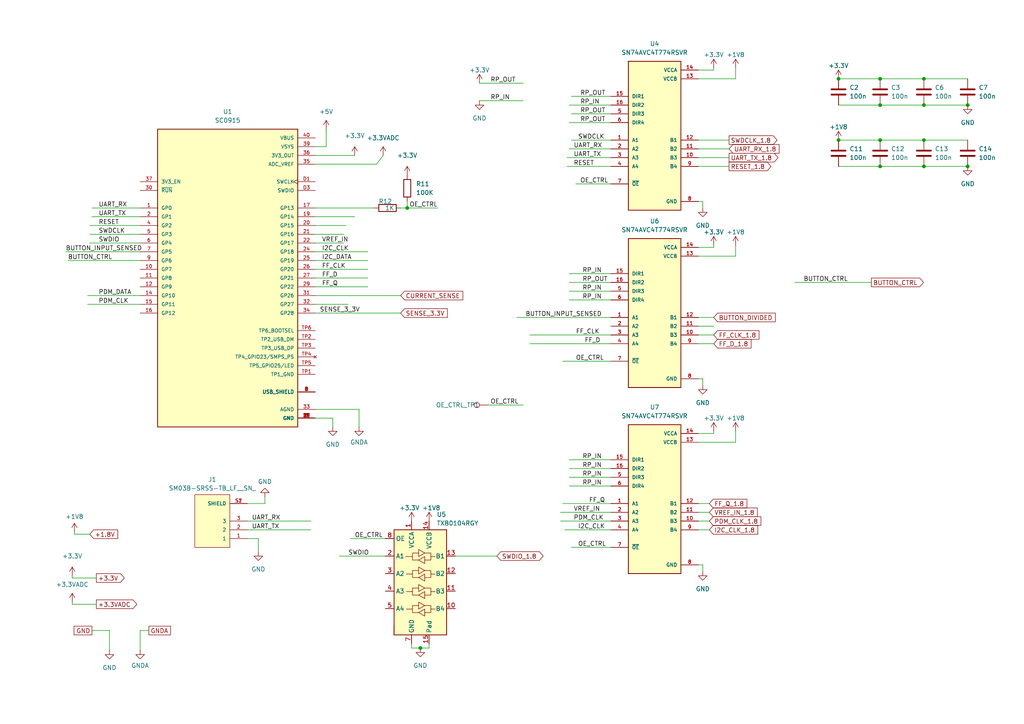
<source format=kicad_sch>
(kicad_sch (version 20230121) (generator eeschema)
  (paper "A4")
  (lib_symbols
    (symbol "Connector:TestPoint" (pin_numbers hide) (pin_names (offset 0.762) hide)
      (property "Reference" "TP" (at 0 6.858 0))
      (property "Value" "TestPoint" (at 0 5.08 0))
      (symbol "TestPoint_0_1"
        (circle (center 0 3.302) (radius 0.762))
      )
      (symbol "TestPoint_1_1"
        (pin passive line (at 0 0 90) (length 2.54) (name "1") (number "1"))
      )
    )
    (symbol "Device:C" (pin_numbers hide) (pin_names (offset 0.254))
      (property "Reference" "C" (at 0.635 2.54 0))
      (property "Value" "C" (at 0.635 -2.54 0))
      (symbol "C_0_1"
        (polyline (pts (xy -2.032 -0.762) (xy 2.032 -0.762)) (stroke (width 0.508)))
        (polyline (pts (xy -2.032 0.762) (xy 2.032 0.762)) (stroke (width 0.508)))
      )
      (symbol "C_1_1"
        (pin passive line (at 0 3.81 270) (length 2.794) (name "~") (number "1"))
        (pin passive line (at 0 -3.81 90) (length 2.794) (name "~") (number "2"))
      )
    )
    (symbol "Device:R" (pin_numbers hide) (pin_names (offset 0))
      (property "Reference" "R" (at 2.032 0 90))
      (property "Value" "R" (at 0 0 90))
      (symbol "R_0_1"
        (rectangle (start -1.016 -2.54) (end 1.016 2.54) (stroke (width 0.254)))
      )
      (symbol "R_1_1"
        (pin passive line (at 0 3.81 270) (length 1.27) (name "~") (number "1"))
        (pin passive line (at 0 -3.81 90) (length 1.27) (name "~") (number "2"))
      )
    )
    (symbol "Logic_LevelTranslator:TXB0104RGY"
      (property "Reference" "U" (at -6.35 16.51 0))
      (property "Value" "TXB0104RGY" (at 3.81 16.51 0))
      (symbol "TXB0104RGY_0_1"
        (rectangle (start -7.62 -15.24) (end -7.62 -12.7) (stroke (width 0.254)))
        (rectangle (start -7.62 15.24) (end 7.62 -15.24) (stroke (width 0.254)) (fill (type background)))
        (polyline (pts (xy -2.286 -7.747) (xy -2.286 -6.731) (xy -0.508 -6.731)))
        (polyline (pts (xy -2.286 -2.667) (xy -2.286 -1.651) (xy -0.508 -1.651)))
        (polyline (pts (xy -2.286 2.413) (xy -2.286 3.429) (xy -0.508 3.429)))
        (polyline (pts (xy -2.286 7.493) (xy -2.286 8.509) (xy -0.508 8.509)))
        (polyline (pts (xy 3.048 -7.747) (xy 3.048 -8.763) (xy 1.27 -8.763)))
        (polyline (pts (xy 3.048 -2.667) (xy 3.048 -3.683) (xy 1.27 -3.683)))
        (polyline (pts (xy 3.048 2.413) (xy 3.048 1.397) (xy 1.27 1.397)))
        (polyline (pts (xy 3.048 7.493) (xy 3.048 6.477) (xy 1.27 6.477)))
        (polyline (pts (xy -0.508 -8.763) (xy -2.286 -8.763) (xy -2.286 -7.747) (xy -4.064 -7.747)))
        (polyline (pts (xy -0.508 -8.763) (xy 1.27 -7.747) (xy 1.27 -9.779) (xy -0.508 -8.763)))
        (polyline (pts (xy -0.508 -3.683) (xy -2.286 -3.683) (xy -2.286 -2.667) (xy -4.064 -2.667)))
        (polyline (pts (xy -0.508 -3.683) (xy 1.27 -2.667) (xy 1.27 -4.699) (xy -0.508 -3.683)))
        (polyline (pts (xy -0.508 1.397) (xy -2.286 1.397) (xy -2.286 2.413) (xy -4.064 2.413)))
        (polyline (pts (xy -0.508 1.397) (xy 1.27 2.413) (xy 1.27 0.381) (xy -0.508 1.397)))
        (polyline (pts (xy -0.508 6.477) (xy -2.286 6.477) (xy -2.286 7.493) (xy -4.318 7.493)))
        (polyline (pts (xy -0.508 6.477) (xy 1.27 7.493) (xy 1.27 5.461) (xy -0.508 6.477)))
        (polyline (pts (xy 1.27 -6.731) (xy -0.508 -7.747) (xy -0.508 -5.715) (xy 1.27 -6.731)))
        (polyline (pts (xy 1.27 -6.731) (xy 3.048 -6.731) (xy 3.048 -7.747) (xy 4.318 -7.747)))
        (polyline (pts (xy 1.27 -1.651) (xy -0.508 -2.667) (xy -0.508 -0.635) (xy 1.27 -1.651)))
        (polyline (pts (xy 1.27 -1.651) (xy 3.048 -1.651) (xy 3.048 -2.667) (xy 4.318 -2.667)))
        (polyline (pts (xy 1.27 3.429) (xy -0.508 2.413) (xy -0.508 4.445) (xy 1.27 3.429)))
        (polyline (pts (xy 1.27 3.429) (xy 3.048 3.429) (xy 3.048 2.413) (xy 4.318 2.413)))
        (polyline (pts (xy 1.27 8.509) (xy -0.508 7.493) (xy -0.508 9.525) (xy 1.27 8.509)))
        (polyline (pts (xy 1.27 8.509) (xy 3.048 8.509) (xy 3.048 7.493) (xy 4.318 7.493)))
      )
      (symbol "TXB0104RGY_1_1"
        (pin power_in line (at -2.54 17.78 270) (length 2.54) (name "VCCA") (number "1"))
        (pin bidirectional line (at 10.16 -7.62 180) (length 2.54) (name "B4") (number "10"))
        (pin bidirectional line (at 10.16 -2.54 180) (length 2.54) (name "B3") (number "11"))
        (pin bidirectional line (at 10.16 2.54 180) (length 2.54) (name "B2") (number "12"))
        (pin bidirectional line (at 10.16 7.62 180) (length 2.54) (name "B1") (number "13"))
        (pin power_in line (at 2.54 17.78 270) (length 2.54) (name "VCCB") (number "14"))
        (pin input line (at 2.54 -17.78 90) (length 2.54) (name "Pad") (number "15"))
        (pin bidirectional line (at -10.16 7.62 0) (length 2.54) (name "A1") (number "2"))
        (pin bidirectional line (at -10.16 2.54 0) (length 2.54) (name "A2") (number "3"))
        (pin bidirectional line (at -10.16 -2.54 0) (length 2.54) (name "A3") (number "4"))
        (pin bidirectional line (at -10.16 -7.62 0) (length 2.54) (name "A4") (number "5"))
        (pin no_connect line (at -7.62 -12.7 0) (length 2.54) hide (name "NC") (number "6"))
        (pin power_in line (at -2.54 -17.78 90) (length 2.54) (name "GND") (number "7"))
        (pin input line (at -10.16 12.7 0) (length 2.54) (name "OE") (number "8"))
        (pin no_connect line (at 7.62 -12.7 180) (length 2.54) hide (name "NC") (number "9"))
      )
    )
    (symbol "SM03B-SRSS-TB_LF__SN_:SM03B-SRSS-TB_LF__SN_" (pin_names (offset 1.016))
      (property "Reference" "J" (at -5.08 8.382 0))
      (property "Value" "SM03B-SRSS-TB_LF__SN_" (at -5.08 -10.16 0))
      (symbol "SM03B-SRSS-TB_LF__SN__0_0"
        (rectangle (start -5.08 -7.62) (end 5.08 7.62) (stroke (width 0.1524)) (fill (type background)))
        (pin passive line (at -10.16 5.08 0) (length 5.08) (name "1") (number "1"))
        (pin passive line (at -10.16 2.54 0) (length 5.08) (name "2") (number "2"))
        (pin passive line (at -10.16 0 0) (length 5.08) (name "3") (number "3"))
        (pin passive line (at -10.16 -5.08 0) (length 5.08) (name "SHIELD") (number "S1"))
        (pin passive line (at -10.16 -5.08 0) (length 5.08) (name "SHIELD") (number "S2"))
      )
    )
    (symbol "SN74AVC4T774RSVR:SN74AVC4T774RSVR" (pin_names (offset 1.016))
      (property "Reference" "U" (at -7.631 20.8581 0))
      (property "Value" "SN74AVC4T774RSVR" (at -7.6296 -25.4319 0))
      (symbol "SN74AVC4T774RSVR_0_0"
        (rectangle (start -7.62 -22.86) (end 7.62 20.32) (stroke (width 0.254)) (fill (type background)))
        (pin bidirectional line (at -12.7 -2.54 0) (length 5.08) (name "A1") (number "1"))
        (pin bidirectional line (at 12.7 -7.62 180) (length 5.08) (name "B3") (number "10"))
        (pin bidirectional line (at 12.7 -5.08 180) (length 5.08) (name "B2") (number "11"))
        (pin bidirectional line (at 12.7 -2.54 180) (length 5.08) (name "B1") (number "12"))
        (pin power_in line (at 12.7 15.24 180) (length 5.08) (name "VCCB") (number "13"))
        (pin power_in line (at 12.7 17.78 180) (length 5.08) (name "VCCA") (number "14"))
        (pin input line (at -12.7 10.16 0) (length 5.08) (name "DIR1") (number "15"))
        (pin input line (at -12.7 7.62 0) (length 5.08) (name "DIR2") (number "16"))
        (pin bidirectional line (at -12.7 -5.08 0) (length 5.08) (name "A2") (number "2"))
        (pin bidirectional line (at -12.7 -7.62 0) (length 5.08) (name "A3") (number "3"))
        (pin bidirectional line (at -12.7 -10.16 0) (length 5.08) (name "A4") (number "4"))
        (pin input line (at -12.7 5.08 0) (length 5.08) (name "DIR3") (number "5"))
        (pin input line (at -12.7 2.54 0) (length 5.08) (name "DIR4") (number "6"))
        (pin input line (at -12.7 -15.24 0) (length 5.08) (name "~{OE}") (number "7"))
        (pin power_in line (at 12.7 -20.32 180) (length 5.08) (name "GND") (number "8"))
        (pin bidirectional line (at 12.7 -10.16 180) (length 5.08) (name "B4") (number "9"))
      )
    )
    (symbol "fixture:SC0915" (pin_names (offset 1.016))
      (property "Reference" "U" (at -20.32 44.069 0))
      (property "Value" "SC0915" (at -20.32 -45.72 0))
      (symbol "SC0915_0_0"
        (rectangle (start -20.32 -43.18) (end 20.32 43.18) (stroke (width 0.254)) (fill (type background)))
        (pin bidirectional line (at -25.4 20.32 0) (length 5.08) (name "GP0") (number "1"))
        (pin bidirectional line (at -25.4 2.54 0) (length 5.08) (name "GP7") (number "10"))
        (pin bidirectional line (at -25.4 0 0) (length 5.08) (name "GP8") (number "11"))
        (pin bidirectional line (at -25.4 -2.54 0) (length 5.08) (name "GP9") (number "12"))
        (pin power_in line (at 25.4 -40.64 180) (length 5.08) (name "GND") (number "13"))
        (pin bidirectional line (at -25.4 -5.08 0) (length 5.08) (name "GP10") (number "14"))
        (pin bidirectional line (at -25.4 -7.62 0) (length 5.08) (name "GP11") (number "15"))
        (pin bidirectional line (at -25.4 -10.16 0) (length 5.08) (name "GP12") (number "16"))
        (pin bidirectional line (at 25.4 20.32 180) (length 5.08) (name "GP13") (number "17"))
        (pin power_in line (at 25.4 -40.64 180) (length 5.08) (name "GND") (number "18"))
        (pin bidirectional line (at 25.4 17.78 180) (length 5.08) (name "GP14") (number "19"))
        (pin bidirectional line (at -25.4 17.78 0) (length 5.08) (name "GP1") (number "2"))
        (pin bidirectional line (at 25.4 15.24 180) (length 5.08) (name "GP15") (number "20"))
        (pin bidirectional line (at 25.4 12.7 180) (length 5.08) (name "GP16") (number "21"))
        (pin bidirectional line (at 25.4 10.16 180) (length 5.08) (name "GP17") (number "22"))
        (pin power_in line (at 25.4 -40.64 180) (length 5.08) (name "GND") (number "23"))
        (pin bidirectional line (at 25.4 7.62 180) (length 5.08) (name "GP18") (number "24"))
        (pin bidirectional line (at 25.4 5.08 180) (length 5.08) (name "GP19") (number "25"))
        (pin bidirectional line (at 25.4 2.54 180) (length 5.08) (name "GP20") (number "26"))
        (pin bidirectional line (at 25.4 0 180) (length 5.08) (name "GP21") (number "27"))
        (pin power_in line (at 25.4 -40.64 180) (length 5.08) (name "GND") (number "28"))
        (pin bidirectional line (at 25.4 -2.54 180) (length 5.08) (name "GP22") (number "29"))
        (pin power_in line (at 25.4 -40.64 180) (length 5.08) (name "GND") (number "3"))
        (pin input line (at -25.4 25.4 0) (length 5.08) (name "~{RUN}") (number "30"))
        (pin bidirectional line (at 25.4 -5.08 180) (length 5.08) (name "GP26") (number "31"))
        (pin bidirectional line (at 25.4 -7.62 180) (length 5.08) (name "GP27") (number "32"))
        (pin power_in line (at 25.4 -38.1 180) (length 5.08) (name "AGND") (number "33"))
        (pin bidirectional line (at 25.4 -10.16 180) (length 5.08) (name "GP28") (number "34"))
        (pin power_in line (at 25.4 33.02 180) (length 5.08) (name "ADC_VREF") (number "35"))
        (pin power_in line (at 25.4 35.56 180) (length 5.08) (name "3V3_OUT") (number "36"))
        (pin input line (at -25.4 27.94 0) (length 5.08) (name "3V3_EN") (number "37"))
        (pin power_in line (at 25.4 -40.64 180) (length 5.08) (name "GND") (number "38"))
        (pin power_in line (at 25.4 38.1 180) (length 5.08) (name "VSYS") (number "39"))
        (pin bidirectional line (at -25.4 15.24 0) (length 5.08) (name "GP2") (number "4"))
        (pin power_in line (at 25.4 40.64 180) (length 5.08) (name "VBUS") (number "40"))
        (pin bidirectional line (at -25.4 12.7 0) (length 5.08) (name "GP3") (number "5"))
        (pin bidirectional line (at -25.4 10.16 0) (length 5.08) (name "GP4") (number "6"))
        (pin bidirectional line (at -25.4 7.62 0) (length 5.08) (name "GP5") (number "7"))
        (pin power_in line (at 25.4 -40.64 180) (length 5.08) (name "GND") (number "8"))
        (pin bidirectional line (at -25.4 5.08 0) (length 5.08) (name "GP6") (number "9"))
        (pin power_in line (at 25.4 -33.02 180) (length 5.08) (name "USB_SHIELD") (number "A"))
        (pin power_in line (at 25.4 -33.02 180) (length 5.08) (name "USB_SHIELD") (number "B"))
        (pin power_in line (at 25.4 -33.02 180) (length 5.08) (name "USB_SHIELD") (number "C"))
        (pin power_in line (at 25.4 -33.02 180) (length 5.08) (name "USB_SHIELD") (number "D"))
        (pin input clock (at 25.4 27.94 180) (length 5.08) (name "SWCLK") (number "D1"))
        (pin power_in line (at 25.4 -40.64 180) (length 5.08) (name "GND") (number "D2"))
        (pin bidirectional line (at 25.4 25.4 180) (length 5.08) (name "SWDIO") (number "D3"))
        (pin power_in line (at 25.4 -27.94 180) (length 5.08) (name "TP1_GND") (number "TP1"))
        (pin bidirectional line (at 25.4 -17.78 180) (length 5.08) (name "TP2_USB_DM") (number "TP2"))
        (pin bidirectional line (at 25.4 -20.32 180) (length 5.08) (name "TP3_USB_DP") (number "TP3"))
        (pin no_connect line (at 25.4 -22.86 180) (length 5.08) (name "TP4_GPIO23/SMPS_PS") (number "TP4"))
        (pin output line (at 25.4 -25.4 180) (length 5.08) (name "TP5_GPIO25/LED") (number "TP5"))
        (pin input line (at 25.4 -15.24 180) (length 5.08) (name "TP6_BOOTSEL") (number "TP6"))
      )
    )
    (symbol "power:+1V8" (power) (pin_names (offset 0))
      (property "Value" "+1V8" (at 0 3.556 0))
      (symbol "+1V8_0_1"
        (polyline (pts (xy -0.762 1.27) (xy 0 2.54)))
        (polyline (pts (xy 0 0) (xy 0 2.54)))
        (polyline (pts (xy 0 2.54) (xy 0.762 1.27)))
      )
      (symbol "+1V8_1_1"
        (pin power_in line (at 0 0 90) (length 0) hide (name "+1V8") (number "1"))
      )
    )
    (symbol "power:+3.3V" (power) (pin_names (offset 0))
      (property "Value" "+3.3V" (at 0 3.556 0))
      (symbol "+3.3V_0_1"
        (polyline (pts (xy -0.762 1.27) (xy 0 2.54)))
        (polyline (pts (xy 0 0) (xy 0 2.54)))
        (polyline (pts (xy 0 2.54) (xy 0.762 1.27)))
      )
      (symbol "+3.3V_1_1"
        (pin power_in line (at 0 0 90) (length 0) hide (name "+3.3V") (number "1"))
      )
    )
    (symbol "power:+3.3VADC" (power) (pin_names (offset 0))
      (property "Value" "+3.3VADC" (at 0 2.54 0))
      (symbol "+3.3VADC_0_0"
        (pin power_in line (at 0 0 90) (length 0) hide (name "+3.3VADC") (number "1"))
      )
      (symbol "+3.3VADC_0_1"
        (polyline (pts (xy -0.762 1.27) (xy 0 2.54)))
        (polyline (pts (xy 0 0) (xy 0 2.54)))
        (polyline (pts (xy 0 2.54) (xy 0.762 1.27)))
      )
    )
    (symbol "power:+5V" (power) (pin_names (offset 0))
      (property "Value" "+5V" (at 0 3.556 0))
      (symbol "+5V_0_1"
        (polyline (pts (xy -0.762 1.27) (xy 0 2.54)))
        (polyline (pts (xy 0 0) (xy 0 2.54)))
        (polyline (pts (xy 0 2.54) (xy 0.762 1.27)))
      )
      (symbol "+5V_1_1"
        (pin power_in line (at 0 0 90) (length 0) hide (name "+5V") (number "1"))
      )
    )
    (symbol "power:GND" (power) (pin_names (offset 0))
      (property "Value" "GND" (at 0 -3.81 0))
      (symbol "GND_0_1"
        (polyline (pts (xy 0 0) (xy 0 -1.27) (xy 1.27 -1.27) (xy 0 -2.54) (xy -1.27 -1.27) (xy 0 -1.27)))
      )
      (symbol "GND_1_1"
        (pin power_in line (at 0 0 270) (length 0) hide (name "GND") (number "1"))
      )
    )
    (symbol "power:GNDA" (power) (pin_names (offset 0))
      (property "Value" "GNDA" (at 0 -3.81 0))
      (symbol "GNDA_0_1"
        (polyline (pts (xy 0 0) (xy 0 -1.27) (xy 1.27 -1.27) (xy 0 -2.54) (xy -1.27 -1.27) (xy 0 -1.27)))
      )
      (symbol "GNDA_1_1"
        (pin power_in line (at 0 0 270) (length 0) hide (name "GNDA") (number "1"))
      )
    )
  )
  (junction (at 267.97 30.48))
  (junction (at 267.97 40.64))
  (junction (at 280.67 48.26))
  (junction (at 118.11 60.325))
  (junction (at 243.205 40.64))
  (junction (at 243.205 22.86))
  (junction (at 255.27 48.26))
  (junction (at 280.67 30.48))
  (junction (at 267.97 22.86))
  (junction (at 255.27 30.48))
  (junction (at 255.27 22.86))
  (junction (at 255.27 40.64))
  (junction (at 121.92 187.96))
  (junction (at 267.97 48.26))
  (wire (pts (xy 71.755 151.13) (xy 90.17 151.13)))
  (wire (pts (xy 255.27 40.64) (xy 267.97 40.64)))
  (wire (pts (xy 165.1 79.375) (xy 177.165 79.375)))
  (wire (pts (xy 91.44 121.285) (xy 96.52 121.285)))
  (wire (pts (xy 94.615 42.545) (xy 94.615 37.465)))
  (wire (pts (xy 96.52 121.285) (xy 96.52 123.825)))
  (wire (pts (xy 141.605 117.475) (xy 151.765 117.475)))
  (wire (pts (xy 20.955 167.64) (xy 27.94 167.64)))
  (wire (pts (xy 165.1 43.18) (xy 177.165 43.18)))
  (wire (pts (xy 165.1 135.89) (xy 177.165 135.89)))
  (wire (pts (xy 26.67 182.88) (xy 31.75 182.88)))
  (wire (pts (xy 116.205 60.325) (xy 118.11 60.325)))
  (wire (pts (xy 202.565 163.83) (xy 203.835 163.83)))
  (wire (pts (xy 202.565 109.855) (xy 203.835 109.855)))
  (wire (pts (xy 91.44 45.085) (xy 102.87 45.085)))
  (wire (pts (xy 149.86 92.075) (xy 177.165 92.075)))
  (wire (pts (xy 243.205 48.26) (xy 255.27 48.26)))
  (wire (pts (xy 162.56 148.59) (xy 177.165 148.59)))
  (wire (pts (xy 31.75 182.88) (xy 31.75 188.595)))
  (wire (pts (xy 164.465 48.26) (xy 177.165 48.26)))
  (wire (pts (xy 91.44 67.945) (xy 99.695 67.945)))
  (wire (pts (xy 243.205 40.64) (xy 255.27 40.64)))
  (wire (pts (xy 267.97 40.64) (xy 280.67 40.64)))
  (wire (pts (xy 207.01 125.73) (xy 207.01 125.095)))
  (wire (pts (xy 202.565 40.64) (xy 211.455 40.64)))
  (wire (pts (xy 202.565 153.67) (xy 205.74 153.67)))
  (wire (pts (xy 91.44 42.545) (xy 94.615 42.545)))
  (wire (pts (xy 124.46 187.96) (xy 124.46 186.69)))
  (wire (pts (xy 255.27 22.86) (xy 267.97 22.86)))
  (wire (pts (xy 119.38 187.96) (xy 121.92 187.96)))
  (wire (pts (xy 26.035 70.485) (xy 40.64 70.485)))
  (wire (pts (xy 91.44 80.645) (xy 106.68 80.645)))
  (wire (pts (xy 119.38 186.69) (xy 119.38 187.96)))
  (wire (pts (xy 255.27 30.48) (xy 267.97 30.48)))
  (wire (pts (xy 98.425 161.29) (xy 111.76 161.29)))
  (wire (pts (xy 203.835 58.42) (xy 203.835 60.325)))
  (wire (pts (xy 230.505 81.915) (xy 252.73 81.915)))
  (wire (pts (xy 213.36 74.295) (xy 202.565 74.295)))
  (wire (pts (xy 202.565 71.755) (xy 207.01 71.755)))
  (wire (pts (xy 165.1 30.48) (xy 177.165 30.48)))
  (wire (pts (xy 139.065 29.21) (xy 151.765 29.21)))
  (wire (pts (xy 101.6 156.21) (xy 111.76 156.21)))
  (wire (pts (xy 91.44 85.725) (xy 116.205 85.725)))
  (wire (pts (xy 111.125 45.085) (xy 109.22 47.625)))
  (wire (pts (xy 21.59 154.305) (xy 21.59 154.94)))
  (wire (pts (xy 165.1 84.455) (xy 177.165 84.455)))
  (wire (pts (xy 267.97 22.86) (xy 280.67 22.86)))
  (wire (pts (xy 91.44 62.865) (xy 102.87 62.865)))
  (wire (pts (xy 202.565 94.615) (xy 207.01 94.615)))
  (wire (pts (xy 165.735 33.02) (xy 177.165 33.02)))
  (wire (pts (xy 76.835 146.05) (xy 71.755 146.05)))
  (wire (pts (xy 26.67 62.865) (xy 40.64 62.865)))
  (wire (pts (xy 25.4 85.725) (xy 40.64 85.725)))
  (wire (pts (xy 20.955 167.005) (xy 20.955 167.64)))
  (wire (pts (xy 202.565 20.32) (xy 207.01 20.32)))
  (wire (pts (xy 202.565 148.59) (xy 205.74 148.59)))
  (wire (pts (xy 91.44 75.565) (xy 106.68 75.565)))
  (wire (pts (xy 153.67 97.155) (xy 177.165 97.155)))
  (wire (pts (xy 91.44 78.105) (xy 106.68 78.105)))
  (wire (pts (xy 203.835 163.83) (xy 203.835 165.735)))
  (wire (pts (xy 26.035 67.945) (xy 40.64 67.945)))
  (wire (pts (xy 213.36 22.86) (xy 202.565 22.86)))
  (wire (pts (xy 165.1 138.43) (xy 177.165 138.43)))
  (wire (pts (xy 26.035 65.405) (xy 40.64 65.405)))
  (wire (pts (xy 164.465 45.72) (xy 177.165 45.72)))
  (wire (pts (xy 26.67 60.325) (xy 40.64 60.325)))
  (wire (pts (xy 40.64 182.88) (xy 40.64 188.595)))
  (wire (pts (xy 202.565 58.42) (xy 203.835 58.42)))
  (wire (pts (xy 91.44 70.485) (xy 99.695 70.485)))
  (wire (pts (xy 165.1 86.995) (xy 177.165 86.995)))
  (wire (pts (xy 21.59 154.94) (xy 26.035 154.94)))
  (wire (pts (xy 91.44 60.325) (xy 108.585 60.325)))
  (wire (pts (xy 213.36 19.685) (xy 213.36 22.86)))
  (wire (pts (xy 207.01 71.755) (xy 207.01 71.12)))
  (wire (pts (xy 202.565 48.26) (xy 211.455 48.26)))
  (wire (pts (xy 243.205 30.48) (xy 255.27 30.48)))
  (wire (pts (xy 267.97 30.48) (xy 280.67 30.48)))
  (wire (pts (xy 91.44 83.185) (xy 106.68 83.185)))
  (wire (pts (xy 91.44 73.025) (xy 106.68 73.025)))
  (wire (pts (xy 132.08 161.29) (xy 144.145 161.29)))
  (wire (pts (xy 165.1 81.915) (xy 177.165 81.915)))
  (wire (pts (xy 202.565 125.73) (xy 207.01 125.73)))
  (wire (pts (xy 118.11 58.42) (xy 118.11 60.325)))
  (wire (pts (xy 91.44 90.805) (xy 116.205 90.805)))
  (wire (pts (xy 104.14 118.745) (xy 104.14 123.825)))
  (wire (pts (xy 153.67 99.695) (xy 177.165 99.695)))
  (wire (pts (xy 165.1 35.56) (xy 177.165 35.56)))
  (wire (pts (xy 202.565 92.075) (xy 207.01 92.075)))
  (wire (pts (xy 255.27 48.26) (xy 267.97 48.26)))
  (wire (pts (xy 202.565 43.18) (xy 211.455 43.18)))
  (wire (pts (xy 165.735 158.75) (xy 177.165 158.75)))
  (wire (pts (xy 162.56 151.13) (xy 177.165 151.13)))
  (wire (pts (xy 165.735 40.64) (xy 177.165 40.64)))
  (wire (pts (xy 165.1 133.35) (xy 177.165 133.35)))
  (wire (pts (xy 121.92 187.96) (xy 124.46 187.96)))
  (wire (pts (xy 167.005 53.34) (xy 177.165 53.34)))
  (wire (pts (xy 213.36 71.12) (xy 213.36 74.295)))
  (wire (pts (xy 202.565 151.13) (xy 205.74 151.13)))
  (wire (pts (xy 207.01 20.32) (xy 207.01 19.685)))
  (wire (pts (xy 139.065 24.13) (xy 151.765 24.13)))
  (wire (pts (xy 20.955 175.26) (xy 20.955 174.625)))
  (wire (pts (xy 19.685 75.565) (xy 40.64 75.565)))
  (wire (pts (xy 163.195 146.05) (xy 177.165 146.05)))
  (wire (pts (xy 27.94 175.26) (xy 20.955 175.26)))
  (wire (pts (xy 43.18 182.88) (xy 40.64 182.88)))
  (wire (pts (xy 19.05 73.025) (xy 40.64 73.025)))
  (wire (pts (xy 91.44 118.745) (xy 104.14 118.745)))
  (wire (pts (xy 76.835 144.145) (xy 76.835 146.05)))
  (wire (pts (xy 165.735 27.94) (xy 177.165 27.94)))
  (wire (pts (xy 165.1 140.97) (xy 177.165 140.97)))
  (wire (pts (xy 202.565 97.155) (xy 207.01 97.155)))
  (wire (pts (xy 91.44 47.625) (xy 109.22 47.625)))
  (wire (pts (xy 74.93 156.21) (xy 74.93 160.02)))
  (wire (pts (xy 213.36 125.095) (xy 213.36 128.27)))
  (wire (pts (xy 91.44 65.405) (xy 100.33 65.405)))
  (wire (pts (xy 203.835 109.855) (xy 203.835 111.76)))
  (wire (pts (xy 267.97 48.26) (xy 280.67 48.26)))
  (wire (pts (xy 213.36 128.27) (xy 202.565 128.27)))
  (wire (pts (xy 202.565 146.05) (xy 205.74 146.05)))
  (wire (pts (xy 202.565 45.72) (xy 211.455 45.72)))
  (wire (pts (xy 202.565 99.695) (xy 207.01 99.695)))
  (wire (pts (xy 243.205 22.86) (xy 255.27 22.86)))
  (wire (pts (xy 163.195 104.775) (xy 177.165 104.775)))
  (wire (pts (xy 118.11 60.325) (xy 127 60.325)))
  (wire (pts (xy 91.44 88.265) (xy 100.965 88.265)))
  (wire (pts (xy 163.83 153.67) (xy 177.165 153.67)))
  (wire (pts (xy 71.755 156.21) (xy 74.93 156.21)))
  (wire (pts (xy 25.4 88.265) (xy 40.64 88.265)))
  (wire (pts (xy 71.755 153.67) (xy 90.17 153.67)))
  (label "VREF_IN" (at 93.345 70.485 0))
  (label "SWDCLK" (at 167.64 40.64 0))
  (label "RP_OUT" (at 168.91 81.915 0))
  (label "SWDIO" (at 100.965 161.29 0))
  (label "PDM_DATA" (at 28.575 85.725 0))
  (label "UART_RX" (at 28.575 60.325 0))
  (label "UART_TX" (at 166.37 45.72 0))
  (label "RP_IN" (at 168.91 135.89 0))
  (label "RP_IN" (at 168.91 79.375 0))
  (label "PDM_CLK" (at 166.37 151.13 0))
  (label "RESET" (at 166.37 48.26 0))
  (label "RP_IN" (at 142.24 29.21 0))
  (label "UART_TX" (at 28.575 62.865 0))
  (label "FF_D" (at 169.545 99.695 0))
  (label "RP_IN" (at 168.91 140.97 0))
  (label "FF_Q" (at 93.345 83.185 0))
  (label "BUTTON_INPUT_SENSED" (at 152.4 92.075 0))
  (label "FF_CLK" (at 167.005 97.155 0))
  (label "RP_OUT" (at 142.24 24.13 0))
  (label "SENSE_3_3V" (at 92.71 90.805 0))
  (label "UART_TX" (at 73.025 153.67 0))
  (label "RP_OUT" (at 168.275 35.56 0))
  (label "OE_CTRL" (at 167.64 158.75 0))
  (label "RP_IN" (at 168.91 86.995 0))
  (label "OE_CTRL" (at 167.005 104.775 0))
  (label "PDM_CLK" (at 28.575 88.265 0))
  (label "SWDCLK" (at 28.575 67.945 0))
  (label "OE_CTRL" (at 118.745 60.325 0))
  (label "RP_IN" (at 168.91 84.455 0))
  (label "RP_OUT" (at 168.275 33.02 0))
  (label "RP_IN" (at 168.91 138.43 0))
  (label "BUTTON_INPUT_SENSED" (at 19.05 73.025 0))
  (label "BUTTON_CTRL" (at 19.685 75.565 0))
  (label "UART_RX" (at 166.37 43.18 0))
  (label "UART_RX" (at 73.025 151.13 0))
  (label "OE_CTRL" (at 168.275 53.34 0))
  (label "I2C_CLK" (at 167.64 153.67 0))
  (label "RP_IN" (at 168.275 30.48 0))
  (label "BUTTON_CTRL" (at 233.045 81.915 0))
  (label "SWDIO" (at 28.575 70.485 0))
  (label "RP_OUT" (at 168.275 27.94 0))
  (label "FF_Q" (at 170.815 146.05 0))
  (label "I2C_DATA" (at 93.345 75.565 0))
  (label "OE_CTRL" (at 142.24 117.475 0))
  (label "I2C_CLK" (at 93.345 73.025 0))
  (label "RESET" (at 28.575 65.405 0))
  (label "OE_CTRL" (at 102.87 156.21 0))
  (label "FF_D" (at 93.345 80.645 0))
  (label "RP_IN" (at 168.91 133.35 0))
  (label "FF_CLK" (at 93.345 78.105 0))
  (label "VREF_IN" (at 166.37 148.59 0))
  (global_label "SWDCLK_1.8" (shape output) (at 211.455 40.64 0) (property "Intersheetrefs" "${INTERSHEET_REFS}" (effects hide)))
  (global_label "FF_D_1.8" (shape input) (at 207.01 99.695 0) (property "Intersheetrefs" "${INTERSHEET_REFS}" (effects hide)))
  (global_label "VREF_IN_1.8" (shape input) (at 205.74 148.59 0) (property "Intersheetrefs" "${INTERSHEET_REFS}" (effects hide)))
  (global_label "BUTTON_CTRL" (shape output) (at 252.73 81.915 0) (property "Intersheetrefs" "${INTERSHEET_REFS}" (effects hide)))
  (global_label "+3.3V" (shape output) (at 27.94 167.64 0) (property "Intersheetrefs" "${INTERSHEET_REFS}" (effects hide)))
  (global_label "+1.8V" (shape input) (at 26.035 154.94 0) (property "Intersheetrefs" "${INTERSHEET_REFS}" (effects hide)))
  (global_label "SWDIO_1.8" (shape bidirectional) (at 144.145 161.29 0) (property "Intersheetrefs" "${INTERSHEET_REFS}" (effects hide)))
  (global_label "UART_TX_1.8" (shape output) (at 211.455 45.72 0) (property "Intersheetrefs" "${INTERSHEET_REFS}" (effects hide)))
  (global_label "GNDA" (shape passive) (at 43.18 182.88 0) (property "Intersheetrefs" "${INTERSHEET_REFS}" (effects hide)))
  (global_label "CURRENT_SENSE" (shape input) (at 116.205 85.725 0) (property "Intersheetrefs" "${INTERSHEET_REFS}" (effects hide)))
  (global_label "I2C_CLK_1.8" (shape input) (at 205.74 153.67 0) (property "Intersheetrefs" "${INTERSHEET_REFS}" (effects hide)))
  (global_label "RESET_1.8" (shape output) (at 211.455 48.26 0) (property "Intersheetrefs" "${INTERSHEET_REFS}" (effects hide)))
  (global_label "+3.3VADC" (shape output) (at 27.94 175.26 0) (property "Intersheetrefs" "${INTERSHEET_REFS}" (effects hide)))
  (global_label "GND" (shape passive) (at 26.67 182.88 180) (property "Intersheetrefs" "${INTERSHEET_REFS}" (effects hide)))
  (global_label "SENSE_3.3V" (shape input) (at 116.205 90.805 0) (property "Intersheetrefs" "${INTERSHEET_REFS}" (effects hide)))
  (global_label "BUTTON_DIVIDED" (shape input) (at 207.01 92.075 0) (property "Intersheetrefs" "${INTERSHEET_REFS}" (effects hide)))
  (global_label "UART_RX_1.8" (shape input) (at 211.455 43.18 0) (property "Intersheetrefs" "${INTERSHEET_REFS}" (effects hide)))
  (global_label "FF_Q_1.8" (shape input) (at 205.74 146.05 0) (property "Intersheetrefs" "${INTERSHEET_REFS}" (effects hide)))
  (global_label "FF_CLK_1.8" (shape input) (at 207.01 97.155 0) (property "Intersheetrefs" "${INTERSHEET_REFS}" (effects hide)))
  (global_label "PDM_CLK_1.8" (shape input) (at 205.74 151.13 0) (property "Intersheetrefs" "${INTERSHEET_REFS}" (effects hide)))
  (symbol (lib_id "Device:C") (at 243.205 26.67 0) (unit 1)
    (property "Reference" "C2" (at 246.38 25.4 0) (effects (justify left)))
    (property "Value" "100n" (at 246.38 27.94 0) (effects (justify left)))
    (property "Footprint" "Capacitor_SMD:C_0402_1005Metric" (effects hide))
    (property "LCSC" "C1525" (effects hide))
  )
  (symbol (lib_id "power:GNDA") (at 104.14 123.825 0) (unit 1)
    (property "Reference" "#PWR06" (effects hide))
    (property "Value" "GNDA" (at 104.14 128.27 0))
  )
  (symbol (lib_id "Connector:TestPoint") (at 141.605 117.475 90) (unit 1)
    (property "Reference" "OE_CTRL_TP1" (at 132.715 117.475 90))
    (property "Value" " " (effects hide))
    (property "Footprint" "TestPoint:TestPoint_Pad_D1.5mm" (effects hide))
  )
  (symbol (lib_id "power:+3.3V") (at 118.11 50.8 0) (unit 1)
    (property "Reference" "#PWR025" (effects hide))
    (property "Value" "+3.3V" (at 118.11 45.085 0))
  )
  (symbol (lib_id "power:GND") (at 203.835 111.76 0) (unit 1)
    (property "Reference" "#PWR014" (effects hide))
    (property "Value" "GND" (at 203.835 116.84 0))
  )
  (symbol (lib_id "power:GND") (at 121.92 187.96 0) (unit 1)
    (property "Reference" "#PWR021" (effects hide))
    (property "Value" "GND" (at 121.92 193.04 0))
  )
  (symbol (lib_id "SN74AVC4T774RSVR:SN74AVC4T774RSVR") (at 189.865 143.51 0) (unit 1)
    (property "Reference" "U7" (at 189.865 118.11 0))
    (property "Value" "SN74AVC4T774RSVR" (at 189.865 120.65 0))
    (property "Footprint" "df_footprints:QFN40P260X180X55-16N" (effects hide))
    (property "Datasheet" "https://www.ti.com/lit/ds/symlink/sn74avc4t774.pdf?ts=1711746108958&ref_url=https%253A%252F%252Fwww.google.com%252F" (effects hide))
    (property "MF" "Texas Instruments" (effects hide))
    (property "Description" "\n4-bit dual-supply bus transceiver with configurable voltage-level shifting and 3-state outputs\n" (effects hide))
    (property "PACKAGE" "QFN-16" (effects hide))
    (property "Price" "None" (effects hide))
    (property "Package" "UQFN-16 Texas Instruments" (effects hide))
    (property "Check_prices" "https://www.snapeda.com/parts/SN74AVC4T774RSVR/Texas+Instruments/view-part/?ref=eda" (effects hide))
    (property "STANDARD" "IPC 7351B" (effects hide))
    (property "PARTREV" "E" (effects hide))
    (property "SnapEDA_Link" "https://www.snapeda.com/parts/SN74AVC4T774RSVR/Texas+Instruments/view-part/?ref=snap" (effects hide))
    (property "MP" "SN74AVC4T774RSVR" (effects hide))
    (property "Availability" "In Stock" (effects hide))
    (property "MANUFACTURER" "TEXAS INSTRUMENTS" (effects hide))
    (property "LCSC" "C1849454" (effects hide))
  )
  (symbol (lib_id "Device:C") (at 255.27 26.67 0) (unit 1)
    (property "Reference" "C3" (at 258.445 25.4 0) (effects (justify left)))
    (property "Value" "100n" (at 258.445 27.94 0) (effects (justify left)))
    (property "Footprint" "Capacitor_SMD:C_0402_1005Metric" (effects hide))
    (property "LCSC" "C1525" (effects hide))
  )
  (symbol (lib_id "power:+1V8") (at 213.36 71.12 0) (unit 1)
    (property "Reference" "#PWR018" (effects hide))
    (property "Value" "+1V8" (at 213.36 67.31 0))
  )
  (symbol (lib_id "power:+3.3VADC") (at 20.955 174.625 0) (unit 1)
    (property "Reference" "#PWR09" (effects hide))
    (property "Value" "+3.3VADC" (at 20.955 169.545 0))
  )
  (symbol (lib_id "Device:R") (at 112.395 60.325 90) (unit 1)
    (property "Reference" "R12" (at 111.76 58.42 90))
    (property "Value" "1K" (at 113.03 60.325 90))
    (property "Footprint" "Resistor_SMD:R_0603_1608Metric" (effects hide))
  )
  (symbol (lib_id "power:+3.3V") (at 20.955 167.005 0) (unit 1)
    (property "Reference" "#PWR08" (effects hide))
    (property "Value" "+3.3V" (at 20.955 161.29 0))
  )
  (symbol (lib_id "power:+1V8") (at 243.205 40.64 0) (unit 1)
    (property "Reference" "#PWR031" (effects hide))
    (property "Value" "+1V8" (at 243.205 36.83 0))
  )
  (symbol (lib_id "Device:C") (at 267.97 44.45 0) (unit 1)
    (property "Reference" "C13" (at 271.145 43.18 0) (effects (justify left)))
    (property "Value" "100n" (at 271.145 45.72 0) (effects (justify left)))
    (property "Footprint" "Capacitor_SMD:C_0402_1005Metric" (effects hide))
    (property "LCSC" "C1525" (effects hide))
  )
  (symbol (lib_id "power:+1V8") (at 124.46 151.13 0) (unit 1)
    (property "Reference" "#PWR020" (effects hide))
    (property "Value" "+1V8" (at 125.095 147.32 0))
  )
  (symbol (lib_id "power:GNDA") (at 40.64 188.595 0) (unit 1)
    (property "Reference" "#PWR011" (effects hide))
    (property "Value" "GNDA" (at 40.64 193.04 0))
  )
  (symbol (lib_id "power:GND") (at 139.065 29.21 0) (unit 1)
    (property "Reference" "#PWR027" (effects hide))
    (property "Value" "GND" (at 139.065 34.29 0))
  )
  (symbol (lib_id "power:GND") (at 280.67 30.48 0) (unit 1)
    (property "Reference" "#PWR029" (effects hide))
    (property "Value" "GND" (at 280.67 35.56 0))
  )
  (symbol (lib_id "power:+1V8") (at 213.36 19.685 0) (unit 1)
    (property "Reference" "#PWR016" (effects hide))
    (property "Value" "+1V8" (at 213.36 15.875 0))
  )
  (symbol (lib_id "power:+3.3V") (at 243.205 22.86 0) (unit 1)
    (property "Reference" "#PWR030" (effects hide))
    (property "Value" "+3.3V" (at 243.205 19.05 0))
  )
  (symbol (lib_id "power:GND") (at 280.67 48.26 0) (unit 1)
    (property "Reference" "#PWR028" (effects hide))
    (property "Value" "GND" (at 280.67 53.34 0))
  )
  (symbol (lib_id "power:+3.3V") (at 207.01 125.095 0) (unit 1)
    (property "Reference" "#PWR023" (effects hide))
    (property "Value" "+3.3V" (at 207.01 121.285 0))
  )
  (symbol (lib_id "power:+3.3V") (at 102.87 45.085 0) (unit 1)
    (property "Reference" "#PWR05" (effects hide))
    (property "Value" "+3.3V" (at 102.87 39.37 0))
  )
  (symbol (lib_id "power:+1V8") (at 213.36 125.095 0) (unit 1)
    (property "Reference" "#PWR024" (effects hide))
    (property "Value" "+1V8" (at 213.36 121.285 0))
  )
  (symbol (lib_id "power:+5V") (at 94.615 37.465 0) (unit 1)
    (property "Reference" "#PWR03" (effects hide))
    (property "Value" "+5V" (at 94.615 32.385 0))
  )
  (symbol (lib_id "power:+3.3V") (at 119.38 151.13 0) (unit 1)
    (property "Reference" "#PWR019" (effects hide))
    (property "Value" "+3.3V" (at 118.745 147.32 0))
  )
  (symbol (lib_id "Device:R") (at 118.11 54.61 180) (unit 1)
    (property "Reference" "R11" (at 120.65 53.34 0) (effects (justify right)))
    (property "Value" "100K" (at 120.65 55.88 0) (effects (justify right)))
    (property "Footprint" "Resistor_SMD:R_0603_1608Metric" (effects hide))
    (property "LCSC" "C122538" (effects hide))
  )
  (symbol (lib_id "power:+3.3V") (at 207.01 19.685 0) (unit 1)
    (property "Reference" "#PWR015" (effects hide))
    (property "Value" "+3.3V" (at 207.01 15.875 0))
  )
  (symbol (lib_id "SM03B-SRSS-TB_LF__SN_:SM03B-SRSS-TB_LF__SN_") (at 61.595 151.13 180) (unit 1)
    (property "Reference" "J1" (at 61.595 139.065 0))
    (property "Value" "SM03B-SRSS-TB_LF__SN_" (at 61.595 141.605 0))
    (property "Footprint" "df_footprints:JST_SM03B-SRSS-TB_LF__SN_" (effects hide))
    (property "MF" "JST Sales America Inc." (effects hide))
    (property "Description" "\nConnector Header Surface Mount, Right Angle 3 position 0.039 (1.00mm)\n" (effects hide))
    (property "Package" "None" (effects hide))
    (property "Price" "None" (effects hide))
    (property "Check_prices" "https://www.snapeda.com/parts/SM03B-SRSS-TB(LF)(SN)/JST+Sales+America+Inc./view-part/?ref=eda" (effects hide))
    (property "STANDARD" "Manufacturer Recommendation" (effects hide))
    (property "SnapEDA_Link" "https://www.snapeda.com/parts/SM03B-SRSS-TB(LF)(SN)/JST+Sales+America+Inc./view-part/?ref=snap" (effects hide))
    (property "MP" "SM03B-SRSS-TB(LF)(SN)" (effects hide))
    (property "Availability" "In Stock" (effects hide))
    (property "MANUFACTURER" "JST" (effects hide))
  )
  (symbol (lib_id "SN74AVC4T774RSVR:SN74AVC4T774RSVR") (at 189.865 89.535 0) (unit 1)
    (property "Reference" "U6" (at 189.865 64.135 0))
    (property "Value" "SN74AVC4T774RSVR" (at 189.865 66.675 0))
    (property "Footprint" "df_footprints:QFN40P260X180X55-16N" (effects hide))
    (property "MF" "Texas Instruments" (effects hide))
    (property "Description" "\n4-bit dual-supply bus transceiver with configurable voltage-level shifting and 3-state outputs\n" (effects hide))
    (property "PACKAGE" "QFN-16" (effects hide))
    (property "Price" "None" (effects hide))
    (property "Package" "UQFN-16 Texas Instruments" (effects hide))
    (property "Check_prices" "https://www.snapeda.com/parts/SN74AVC4T774RSVR/Texas+Instruments/view-part/?ref=eda" (effects hide))
    (property "STANDARD" "IPC 7351B" (effects hide))
    (property "PARTREV" "E" (effects hide))
    (property "SnapEDA_Link" "https://www.snapeda.com/parts/SN74AVC4T774RSVR/Texas+Instruments/view-part/?ref=snap" (effects hide))
    (property "MP" "SN74AVC4T774RSVR" (effects hide))
    (property "Availability" "In Stock" (effects hide))
    (property "MANUFACTURER" "TEXAS INSTRUMENTS" (effects hide))
    (property "LCSC" "C1849454" (effects hide))
  )
  (symbol (lib_id "Device:C") (at 280.67 26.67 0) (unit 1)
    (property "Reference" "C7" (at 283.845 25.4 0) (effects (justify left)))
    (property "Value" "100n" (at 283.845 27.94 0) (effects (justify left)))
    (property "Footprint" "Capacitor_SMD:C_0402_1005Metric" (effects hide))
    (property "LCSC" "C1525" (effects hide))
  )
  (symbol (lib_id "power:+3.3V") (at 139.065 24.13 0) (unit 1)
    (property "Reference" "#PWR026" (effects hide))
    (property "Value" "+3.3V" (at 139.065 20.32 0))
  )
  (symbol (lib_id "Logic_LevelTranslator:TXB0104RGY") (at 121.92 168.91 0) (unit 1)
    (property "Reference" "U5" (at 126.6541 149.225 0) (effects (justify left)))
    (property "Value" "TXB0104RGY" (at 126.6541 151.765 0) (effects (justify left)))
    (property "Footprint" "Package_DFN_QFN:Texas_S-PVQFN-N14" (effects hide))
    (property "Datasheet" "http://www.ti.com/lit/ds/symlink/txb0104.pdf" (effects hide))
    (property "LCSC" "C400708" (effects hide))
  )
  (symbol (lib_id "Device:C") (at 267.97 26.67 0) (unit 1)
    (property "Reference" "C6" (at 271.145 25.4 0) (effects (justify left)))
    (property "Value" "100n" (at 271.145 27.94 0) (effects (justify left)))
    (property "Footprint" "Capacitor_SMD:C_0402_1005Metric" (effects hide))
    (property "LCSC" "C1525" (effects hide))
  )
  (symbol (lib_id "Device:C") (at 243.205 44.45 0) (unit 1)
    (property "Reference" "C11" (at 246.38 43.18 0) (effects (justify left)))
    (property "Value" "100n" (at 246.38 45.72 0) (effects (justify left)))
    (property "Footprint" "Capacitor_SMD:C_0402_1005Metric" (effects hide))
    (property "LCSC" "C1525" (effects hide))
  )
  (symbol (lib_id "power:GND") (at 203.835 60.325 0) (unit 1)
    (property "Reference" "#PWR013" (effects hide))
    (property "Value" "GND" (at 203.835 65.405 0))
  )
  (symbol (lib_id "SN74AVC4T774RSVR:SN74AVC4T774RSVR") (at 189.865 38.1 0) (unit 1)
    (property "Reference" "U4" (at 189.865 12.7 0))
    (property "Value" "SN74AVC4T774RSVR" (at 189.865 15.24 0))
    (property "Footprint" "df_footprints:QFN40P260X180X55-16N" (effects hide))
    (property "MF" "Texas Instruments" (effects hide))
    (property "Description" "\n4-bit dual-supply bus transceiver with configurable voltage-level shifting and 3-state outputs\n" (effects hide))
    (property "PACKAGE" "QFN-16" (effects hide))
    (property "Price" "None" (effects hide))
    (property "Package" "UQFN-16 Texas Instruments" (effects hide))
    (property "Check_prices" "https://www.snapeda.com/parts/SN74AVC4T774RSVR/Texas+Instruments/view-part/?ref=eda" (effects hide))
    (property "STANDARD" "IPC 7351B" (effects hide))
    (property "PARTREV" "E" (effects hide))
    (property "SnapEDA_Link" "https://www.snapeda.com/parts/SN74AVC4T774RSVR/Texas+Instruments/view-part/?ref=snap" (effects hide))
    (property "MP" "SN74AVC4T774RSVR" (effects hide))
    (property "Availability" "In Stock" (effects hide))
    (property "MANUFACTURER" "TEXAS INSTRUMENTS" (effects hide))
    (property "LCSC" "C1849454" (effects hide))
  )
  (symbol (lib_id "fixture:SC0915") (at 66.04 80.645 0) (unit 1)
    (property "Reference" "U1" (at 66.04 32.385 0))
    (property "Value" "SC0915" (at 66.04 34.925 0))
    (property "Footprint" "MODULE_SC0915" (effects hide))
    (property "PARTREV" "1.6" (effects hide))
    (property "STANDARD" "Manufacturer Recommendations" (effects hide))
    (property "MAXIMUM_PACKAGE_HEIGHT" "3.73mm" (effects hide))
    (property "MANUFACTURER" "Raspberry Pi" (effects hide))
  )
  (symbol (lib_id "Device:C") (at 280.67 44.45 0) (unit 1)
    (property "Reference" "C14" (at 283.845 43.18 0) (effects (justify left)))
    (property "Value" "100n" (at 283.845 45.72 0) (effects (justify left)))
    (property "Footprint" "Capacitor_SMD:C_0402_1005Metric" (effects hide))
    (property "LCSC" "C1525" (effects hide))
  )
  (symbol (lib_id "power:GND") (at 74.93 160.02 0) (unit 1)
    (property "Reference" "#PWR01" (effects hide))
    (property "Value" "GND" (at 74.93 165.1 0))
  )
  (symbol (lib_id "power:+1V8") (at 21.59 154.305 0) (unit 1)
    (property "Reference" "#PWR012" (effects hide))
    (property "Value" "+1V8" (at 21.59 149.86 0))
  )
  (symbol (lib_id "power:GND") (at 203.835 165.735 0) (unit 1)
    (property "Reference" "#PWR022" (effects hide))
    (property "Value" "GND" (at 203.835 170.815 0))
  )
  (symbol (lib_id "Device:C") (at 255.27 44.45 0) (unit 1)
    (property "Reference" "C12" (at 258.445 43.18 0) (effects (justify left)))
    (property "Value" "100n" (at 258.445 45.72 0) (effects (justify left)))
    (property "Footprint" "Capacitor_SMD:C_0402_1005Metric" (effects hide))
    (property "LCSC" "C1525" (effects hide))
  )
  (symbol (lib_id "power:GND") (at 76.835 144.145 180) (unit 1)
    (property "Reference" "#PWR037" (effects hide))
    (property "Value" "GND" (at 76.835 139.7 0))
  )
  (symbol (lib_id "power:+3.3V") (at 207.01 71.12 0) (unit 1)
    (property "Reference" "#PWR017" (effects hide))
    (property "Value" "+3.3V" (at 207.01 67.31 0))
  )
  (symbol (lib_id "power:GND") (at 31.75 188.595 0) (unit 1)
    (property "Reference" "#PWR010" (effects hide))
    (property "Value" "GND" (at 31.75 193.675 0))
  )
  (symbol (lib_id "power:GND") (at 96.52 123.825 0) (unit 1)
    (property "Reference" "#PWR04" (effects hide))
    (property "Value" "GND" (at 96.52 128.905 0))
  )
  (symbol (lib_id "power:+3.3VADC") (at 111.125 45.085 0) (unit 1)
    (property "Reference" "#PWR07" (effects hide))
    (property "Value" "+3.3VADC" (at 111.125 40.005 0))
  )
)
</source>
